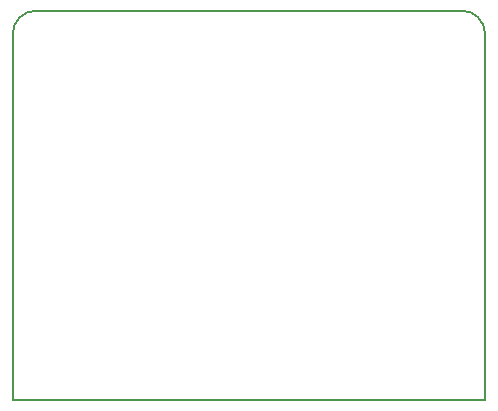
<source format=gm1>
G04 #@! TF.GenerationSoftware,KiCad,Pcbnew,7.0.1*
G04 #@! TF.CreationDate,2023-03-15T08:41:11+09:00*
G04 #@! TF.ProjectId,Pmod_HUB75,506d6f64-5f48-4554-9237-352e6b696361,rev?*
G04 #@! TF.SameCoordinates,Original*
G04 #@! TF.FileFunction,Profile,NP*
%FSLAX46Y46*%
G04 Gerber Fmt 4.6, Leading zero omitted, Abs format (unit mm)*
G04 Created by KiCad (PCBNEW 7.0.1) date 2023-03-15 08:41:11*
%MOMM*%
%LPD*%
G01*
G04 APERTURE LIST*
G04 #@! TA.AperFunction,Profile*
%ADD10C,0.150000*%
G04 #@! TD*
G04 APERTURE END LIST*
D10*
X-20000000Y-41000000D02*
X-20000000Y-10000000D01*
X-20000000Y-41000000D02*
X20000000Y-41000000D01*
X20000000Y-10000000D02*
G75*
G03*
X18000000Y-8000000I-2000000J0D01*
G01*
X-18000000Y-8000000D02*
G75*
G03*
X-20000000Y-10000000I-1J-1999999D01*
G01*
X-18000000Y-8000000D02*
X18000000Y-8000000D01*
X20000000Y-41000000D02*
X20000000Y-10000000D01*
M02*

</source>
